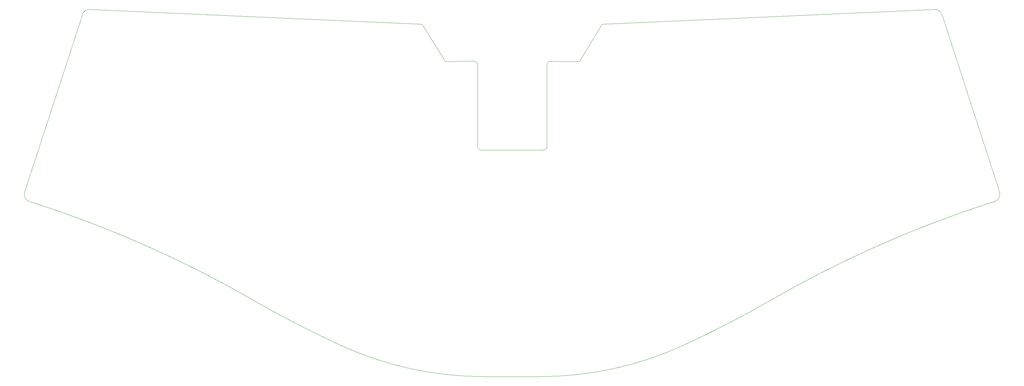
<source format=gm1>
G04 #@! TF.GenerationSoftware,KiCad,Pcbnew,8.0.4*
G04 #@! TF.CreationDate,2024-09-01T14:28:52+07:00*
G04 #@! TF.ProjectId,ozprey,6f7a7072-6579-42e6-9b69-6361645f7063,1.0*
G04 #@! TF.SameCoordinates,Original*
G04 #@! TF.FileFunction,Profile,NP*
%FSLAX46Y46*%
G04 Gerber Fmt 4.6, Leading zero omitted, Abs format (unit mm)*
G04 Created by KiCad (PCBNEW 8.0.4) date 2024-09-01 14:28:52*
%MOMM*%
%LPD*%
G01*
G04 APERTURE LIST*
G04 #@! TA.AperFunction,Profile*
%ADD10C,0.100000*%
G04 #@! TD*
G04 APERTURE END LIST*
D10*
X166015469Y-62877832D02*
X172071403Y-52820847D01*
X123512727Y-52820847D02*
X129715469Y-62877832D01*
X101350605Y-139551958D02*
G75*
G02*
X77725808Y-127330711I122671895J266081158D01*
G01*
X31756231Y-50219667D02*
X16160088Y-98223383D01*
X31756231Y-50219667D02*
G75*
G02*
X33828009Y-48844869I1902059J-617893D01*
G01*
X217865102Y-127330712D02*
G75*
G02*
X194240306Y-139551953I-146298802J253864112D01*
G01*
X17444198Y-100743495D02*
X19303267Y-101347523D01*
X279430818Y-98223388D02*
X263834678Y-50219669D01*
X19303267Y-101347523D02*
G75*
G02*
X77725806Y-127330715I-94865470J-291974954D01*
G01*
X217865102Y-127330712D02*
G75*
G02*
X276287640Y-101347529I153287798J-265991388D01*
G01*
X123512727Y-52820847D02*
X33828009Y-48844864D01*
X140287759Y-148095469D02*
G75*
G02*
X101350604Y-139551960I-9J93000009D01*
G01*
X194240307Y-139551954D02*
G75*
G02*
X155303148Y-148095460I-38937107J84456354D01*
G01*
X261762898Y-48844866D02*
G75*
G02*
X263834656Y-50219676I169602J-1992834D01*
G01*
X261762898Y-48844866D02*
X172071403Y-52820847D01*
X276287638Y-101347523D02*
X278146709Y-100743492D01*
X17444198Y-100743495D02*
G75*
G02*
X16160049Y-98223370I618102J1902195D01*
G01*
X140287759Y-148095469D02*
X155303148Y-148095472D01*
X279430818Y-98223388D02*
G75*
G02*
X278146697Y-100743455I-1902018J-618012D01*
G01*
X157215469Y-85877832D02*
G75*
G02*
X156215469Y-86877832I-999999J-1D01*
G01*
X156215469Y-86877832D02*
X139472576Y-86870725D01*
X138472576Y-85870725D02*
X138472575Y-63870726D01*
X137472575Y-62870726D02*
G75*
G02*
X138472575Y-63870726I0J-1000000D01*
G01*
X139472576Y-86870725D02*
G75*
G02*
X138472576Y-85870725I-1J999999D01*
G01*
X157215469Y-63877832D02*
X157215469Y-85877832D01*
X137472575Y-62870726D02*
X129715469Y-62877832D01*
X157215469Y-63877832D02*
G75*
G02*
X158215469Y-62877832I999999J1D01*
G01*
X158215469Y-62877832D02*
X166015469Y-62877832D01*
M02*

</source>
